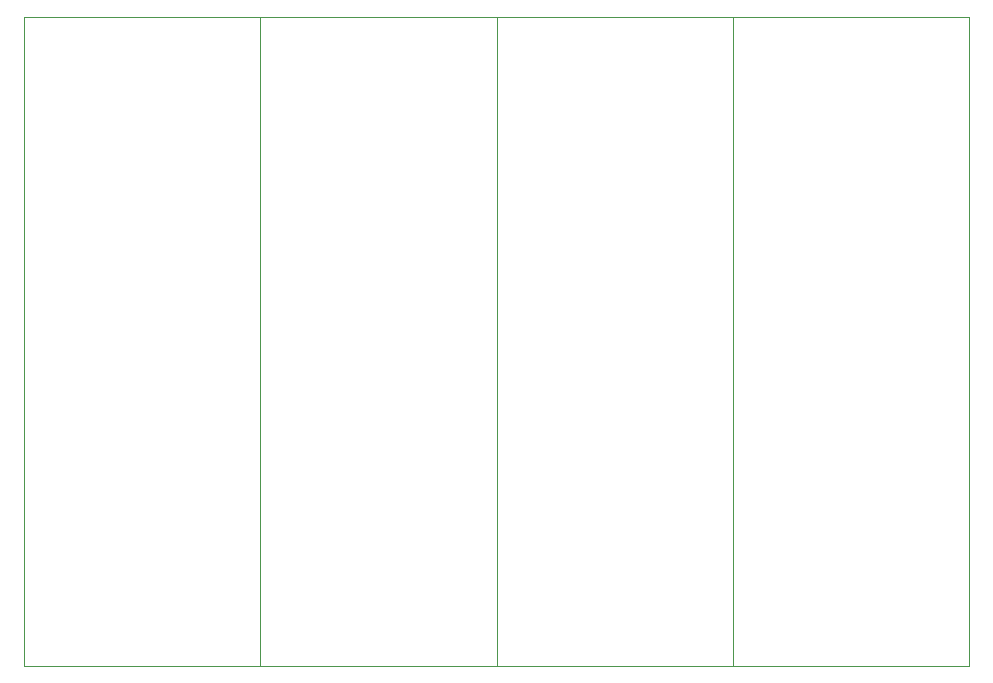
<source format=gbr>
%TF.GenerationSoftware,KiCad,Pcbnew,(6.0.7)*%
%TF.CreationDate,2023-08-28T04:04:33+08:00*%
%TF.ProjectId,USB_Hub_Panelization,5553425f-4875-4625-9f50-616e656c697a,rev?*%
%TF.SameCoordinates,Original*%
%TF.FileFunction,Profile,NP*%
%FSLAX46Y46*%
G04 Gerber Fmt 4.6, Leading zero omitted, Abs format (unit mm)*
G04 Created by KiCad (PCBNEW (6.0.7)) date 2023-08-28 04:04:33*
%MOMM*%
%LPD*%
G01*
G04 APERTURE LIST*
%TA.AperFunction,Profile*%
%ADD10C,0.100000*%
%TD*%
G04 APERTURE END LIST*
D10*
X138998788Y-63412124D02*
X158998788Y-63412124D01*
X158998788Y-63412124D02*
X158998788Y-118412124D01*
X158998788Y-118412124D02*
X138998788Y-118412124D01*
X138998788Y-118412124D02*
X138998788Y-63412124D01*
X118998788Y-63412124D02*
X138998788Y-63412124D01*
X138998788Y-63412124D02*
X138998788Y-118412124D01*
X138998788Y-118412124D02*
X118998788Y-118412124D01*
X118998788Y-118412124D02*
X118998788Y-63412124D01*
X98998788Y-63412124D02*
X118998788Y-63412124D01*
X118998788Y-63412124D02*
X118998788Y-118412124D01*
X118998788Y-118412124D02*
X98998788Y-118412124D01*
X98998788Y-118412124D02*
X98998788Y-63412124D01*
X78998788Y-63412124D02*
X98998788Y-63412124D01*
X98998788Y-63412124D02*
X98998788Y-118412124D01*
X98998788Y-118412124D02*
X78998788Y-118412124D01*
X78998788Y-118412124D02*
X78998788Y-63412124D01*
M02*

</source>
